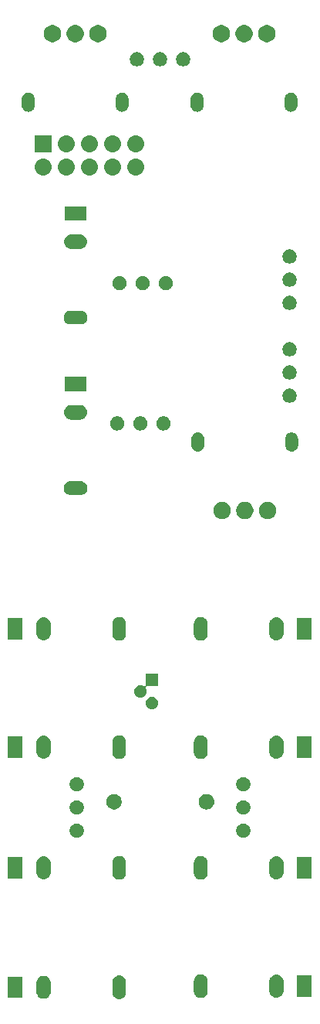
<source format=gbr>
G04 #@! TF.GenerationSoftware,KiCad,Pcbnew,(5.0.1)-4*
G04 #@! TF.CreationDate,2019-03-05T01:35:27-06:00*
G04 #@! TF.ProjectId,VCO,56434F2E6B696361645F706362000000,rev?*
G04 #@! TF.SameCoordinates,Original*
G04 #@! TF.FileFunction,Soldermask,Top*
G04 #@! TF.FilePolarity,Negative*
%FSLAX46Y46*%
G04 Gerber Fmt 4.6, Leading zero omitted, Abs format (unit mm)*
G04 Created by KiCad (PCBNEW (5.0.1)-4) date 3/5/2019 1:35:27*
%MOMM*%
%LPD*%
G01*
G04 APERTURE LIST*
%ADD10C,0.100000*%
G04 APERTURE END LIST*
D10*
G36*
X158261074Y105566800D02*
X158359222Y105557133D01*
X158500786Y105514190D01*
X158631252Y105444454D01*
X158745606Y105350606D01*
X158839454Y105236252D01*
X158909190Y105105786D01*
X158952133Y104964222D01*
X158963000Y104853887D01*
X158963000Y103680113D01*
X158952133Y103569778D01*
X158909190Y103428214D01*
X158839455Y103297749D01*
X158839453Y103297747D01*
X158745606Y103183394D01*
X158631253Y103089547D01*
X158631251Y103089546D01*
X158500785Y103019810D01*
X158359221Y102976867D01*
X158212000Y102962367D01*
X158211999Y102962367D01*
X158162926Y102967200D01*
X158064778Y102976867D01*
X157923214Y103019810D01*
X157792748Y103089546D01*
X157678394Y103183394D01*
X157625485Y103247864D01*
X157584547Y103297747D01*
X157514810Y103428215D01*
X157471867Y103569779D01*
X157464622Y103643336D01*
X157461000Y103680113D01*
X157461001Y104853888D01*
X157471868Y104964220D01*
X157471868Y104964222D01*
X157514811Y105105786D01*
X157584547Y105236252D01*
X157678395Y105350606D01*
X157792749Y105444454D01*
X157923215Y105514190D01*
X158064779Y105557133D01*
X158212000Y105571633D01*
X158212001Y105571633D01*
X158261074Y105566800D01*
X158261074Y105566800D01*
G37*
G36*
X150069025Y105506410D02*
X150220012Y105460608D01*
X150359165Y105386230D01*
X150481133Y105286133D01*
X150581230Y105164165D01*
X150655608Y105025012D01*
X150701410Y104874025D01*
X150713000Y104756346D01*
X150713000Y103777654D01*
X150701410Y103659975D01*
X150655608Y103508988D01*
X150581230Y103369835D01*
X150481136Y103247870D01*
X150481134Y103247869D01*
X150481133Y103247867D01*
X150423284Y103200392D01*
X150359161Y103147768D01*
X150220011Y103073392D01*
X150069024Y103027590D01*
X149912000Y103012125D01*
X149754975Y103027590D01*
X149603988Y103073392D01*
X149464835Y103147770D01*
X149342870Y103247864D01*
X149342869Y103247866D01*
X149342867Y103247867D01*
X149291553Y103310394D01*
X149242768Y103369839D01*
X149168392Y103508989D01*
X149122590Y103659976D01*
X149111000Y103777655D01*
X149111000Y104756345D01*
X149122591Y104874025D01*
X149168393Y105025012D01*
X149242771Y105164165D01*
X149342868Y105286133D01*
X149464836Y105386230D01*
X149603989Y105460608D01*
X149754976Y105506410D01*
X149912000Y105521875D01*
X150069025Y105506410D01*
X150069025Y105506410D01*
G37*
G36*
X167309221Y105684133D02*
X167425451Y105648875D01*
X167450785Y105641190D01*
X167581253Y105571453D01*
X167652198Y105513230D01*
X167695606Y105477606D01*
X167789454Y105363252D01*
X167859190Y105232786D01*
X167902133Y105091222D01*
X167913000Y104980887D01*
X167913000Y103807113D01*
X167902133Y103696778D01*
X167859190Y103555214D01*
X167789454Y103424748D01*
X167695606Y103310394D01*
X167581252Y103216546D01*
X167450786Y103146810D01*
X167309222Y103103867D01*
X167211074Y103094200D01*
X167162001Y103089367D01*
X167162000Y103089367D01*
X167014779Y103103867D01*
X166873215Y103146810D01*
X166742749Y103216546D01*
X166628395Y103310394D01*
X166534547Y103424748D01*
X166464811Y103555214D01*
X166421868Y103696778D01*
X166411001Y103807113D01*
X166411000Y104980886D01*
X166412984Y105001025D01*
X166421867Y105091219D01*
X166421867Y105091221D01*
X166464810Y105232785D01*
X166534546Y105363251D01*
X166534547Y105363253D01*
X166628394Y105477606D01*
X166742747Y105571453D01*
X166742746Y105571453D01*
X166742748Y105571454D01*
X166873214Y105641190D01*
X167014778Y105684133D01*
X167112926Y105693800D01*
X167161999Y105698633D01*
X167162000Y105698633D01*
X167309221Y105684133D01*
X167309221Y105684133D01*
G37*
G36*
X147613000Y103116000D02*
X146011000Y103116000D01*
X146011000Y105418000D01*
X147613000Y105418000D01*
X147613000Y103116000D01*
X147613000Y103116000D01*
G37*
G36*
X175619024Y105633410D02*
X175770011Y105587608D01*
X175909161Y105513232D01*
X175970149Y105463181D01*
X176031133Y105413133D01*
X176031134Y105413131D01*
X176031136Y105413130D01*
X176131230Y105291165D01*
X176205608Y105152012D01*
X176251410Y105001025D01*
X176263000Y104883346D01*
X176263000Y103904654D01*
X176251410Y103786975D01*
X176205608Y103635988D01*
X176131230Y103496835D01*
X176031133Y103374867D01*
X175909165Y103274770D01*
X175770012Y103200392D01*
X175619025Y103154590D01*
X175462000Y103139125D01*
X175304976Y103154590D01*
X175153989Y103200392D01*
X175014836Y103274770D01*
X174892868Y103374867D01*
X174792771Y103496835D01*
X174718393Y103635988D01*
X174672591Y103786975D01*
X174661000Y103904655D01*
X174661000Y104883345D01*
X174672590Y105001024D01*
X174718392Y105152011D01*
X174792768Y105291161D01*
X174842819Y105352149D01*
X174892867Y105413133D01*
X174892869Y105413134D01*
X174892870Y105413136D01*
X175014835Y105513230D01*
X175153988Y105587608D01*
X175304975Y105633410D01*
X175462000Y105648875D01*
X175619024Y105633410D01*
X175619024Y105633410D01*
G37*
G36*
X179363000Y103243000D02*
X177761000Y103243000D01*
X177761000Y105545000D01*
X179363000Y105545000D01*
X179363000Y103243000D01*
X179363000Y103243000D01*
G37*
G36*
X158261074Y118647800D02*
X158359222Y118638133D01*
X158500786Y118595190D01*
X158631252Y118525454D01*
X158745606Y118431606D01*
X158839454Y118317252D01*
X158909190Y118186786D01*
X158952133Y118045222D01*
X158963000Y117934887D01*
X158963000Y116761113D01*
X158952133Y116650778D01*
X158909190Y116509214D01*
X158839455Y116378749D01*
X158839453Y116378747D01*
X158745606Y116264394D01*
X158631253Y116170547D01*
X158631251Y116170546D01*
X158500785Y116100810D01*
X158359221Y116057867D01*
X158212000Y116043367D01*
X158211999Y116043367D01*
X158162926Y116048200D01*
X158064778Y116057867D01*
X157923214Y116100810D01*
X157792748Y116170546D01*
X157678394Y116264394D01*
X157625485Y116328864D01*
X157584547Y116378747D01*
X157514810Y116509215D01*
X157490308Y116589988D01*
X157471867Y116650779D01*
X157464622Y116724336D01*
X157461000Y116761113D01*
X157461001Y117934888D01*
X157471868Y118045220D01*
X157471868Y118045222D01*
X157514811Y118186786D01*
X157584547Y118317252D01*
X157678395Y118431606D01*
X157792749Y118525454D01*
X157923215Y118595190D01*
X158064779Y118638133D01*
X158212000Y118652633D01*
X158212001Y118652633D01*
X158261074Y118647800D01*
X158261074Y118647800D01*
G37*
G36*
X167309221Y118638133D02*
X167425451Y118602875D01*
X167450785Y118595190D01*
X167581253Y118525453D01*
X167652198Y118467230D01*
X167695606Y118431606D01*
X167789454Y118317252D01*
X167859190Y118186786D01*
X167902133Y118045222D01*
X167913000Y117934887D01*
X167913000Y116761113D01*
X167902133Y116650778D01*
X167859190Y116509214D01*
X167789454Y116378748D01*
X167695606Y116264394D01*
X167581252Y116170546D01*
X167450786Y116100810D01*
X167309222Y116057867D01*
X167211074Y116048200D01*
X167162001Y116043367D01*
X167162000Y116043367D01*
X167014779Y116057867D01*
X166873215Y116100810D01*
X166742749Y116170546D01*
X166628395Y116264394D01*
X166534547Y116378748D01*
X166464811Y116509214D01*
X166421868Y116650778D01*
X166411001Y116761113D01*
X166411000Y117934886D01*
X166412984Y117955025D01*
X166421867Y118045219D01*
X166421867Y118045221D01*
X166464810Y118186785D01*
X166534546Y118317251D01*
X166534547Y118317253D01*
X166628394Y118431606D01*
X166742747Y118525453D01*
X166742746Y118525453D01*
X166742748Y118525454D01*
X166873214Y118595190D01*
X167014778Y118638133D01*
X167112926Y118647800D01*
X167161999Y118652633D01*
X167162000Y118652633D01*
X167309221Y118638133D01*
X167309221Y118638133D01*
G37*
G36*
X150069025Y118587410D02*
X150220012Y118541608D01*
X150359165Y118467230D01*
X150481133Y118367133D01*
X150581230Y118245165D01*
X150655608Y118106012D01*
X150701410Y117955025D01*
X150713000Y117837346D01*
X150713000Y116858654D01*
X150701410Y116740975D01*
X150655608Y116589988D01*
X150581230Y116450835D01*
X150481136Y116328870D01*
X150481134Y116328869D01*
X150481133Y116328867D01*
X150481129Y116328864D01*
X150359161Y116228768D01*
X150220011Y116154392D01*
X150069024Y116108590D01*
X149912000Y116093125D01*
X149754975Y116108590D01*
X149603988Y116154392D01*
X149464835Y116228770D01*
X149342870Y116328864D01*
X149342869Y116328866D01*
X149342867Y116328867D01*
X149292819Y116389852D01*
X149242768Y116450839D01*
X149168392Y116589989D01*
X149122590Y116740976D01*
X149111000Y116858655D01*
X149111000Y117837345D01*
X149122591Y117955025D01*
X149168393Y118106012D01*
X149242771Y118245165D01*
X149342868Y118367133D01*
X149464836Y118467230D01*
X149603989Y118541608D01*
X149754976Y118587410D01*
X149912000Y118602875D01*
X150069025Y118587410D01*
X150069025Y118587410D01*
G37*
G36*
X175619024Y118587410D02*
X175770011Y118541608D01*
X175909161Y118467232D01*
X175970149Y118417181D01*
X176031133Y118367133D01*
X176031134Y118367131D01*
X176031136Y118367130D01*
X176131230Y118245165D01*
X176205608Y118106012D01*
X176251410Y117955025D01*
X176263000Y117837346D01*
X176263000Y116858654D01*
X176251410Y116740975D01*
X176205608Y116589988D01*
X176131230Y116450835D01*
X176031133Y116328867D01*
X175909165Y116228770D01*
X175770012Y116154392D01*
X175619025Y116108590D01*
X175462000Y116093125D01*
X175304976Y116108590D01*
X175153989Y116154392D01*
X175014836Y116228770D01*
X174892868Y116328867D01*
X174792771Y116450835D01*
X174718393Y116589988D01*
X174672591Y116740975D01*
X174661000Y116858655D01*
X174661000Y117837345D01*
X174672590Y117955024D01*
X174718392Y118106011D01*
X174792768Y118245161D01*
X174842819Y118306149D01*
X174892867Y118367133D01*
X174892869Y118367134D01*
X174892870Y118367136D01*
X175014835Y118467230D01*
X175153988Y118541608D01*
X175304975Y118587410D01*
X175462000Y118602875D01*
X175619024Y118587410D01*
X175619024Y118587410D01*
G37*
G36*
X147613000Y116197000D02*
X146011000Y116197000D01*
X146011000Y118499000D01*
X147613000Y118499000D01*
X147613000Y116197000D01*
X147613000Y116197000D01*
G37*
G36*
X179363000Y116197000D02*
X177761000Y116197000D01*
X177761000Y118499000D01*
X179363000Y118499000D01*
X179363000Y116197000D01*
X179363000Y116197000D01*
G37*
G36*
X153668589Y122173124D02*
X153767893Y122153371D01*
X153908206Y122095252D01*
X154034484Y122010875D01*
X154141875Y121903484D01*
X154226252Y121777206D01*
X154284371Y121636893D01*
X154314000Y121487937D01*
X154314000Y121336063D01*
X154284371Y121187107D01*
X154226252Y121046794D01*
X154141875Y120920516D01*
X154034484Y120813125D01*
X153908206Y120728748D01*
X153767893Y120670629D01*
X153668589Y120650876D01*
X153618938Y120641000D01*
X153467062Y120641000D01*
X153417411Y120650876D01*
X153318107Y120670629D01*
X153177794Y120728748D01*
X153051516Y120813125D01*
X152944125Y120920516D01*
X152859748Y121046794D01*
X152801629Y121187107D01*
X152772000Y121336063D01*
X152772000Y121487937D01*
X152801629Y121636893D01*
X152859748Y121777206D01*
X152944125Y121903484D01*
X153051516Y122010875D01*
X153177794Y122095252D01*
X153318107Y122153371D01*
X153417411Y122173124D01*
X153467062Y122183000D01*
X153618938Y122183000D01*
X153668589Y122173124D01*
X153668589Y122173124D01*
G37*
G36*
X171956589Y122173124D02*
X172055893Y122153371D01*
X172196206Y122095252D01*
X172322484Y122010875D01*
X172429875Y121903484D01*
X172514252Y121777206D01*
X172572371Y121636893D01*
X172602000Y121487937D01*
X172602000Y121336063D01*
X172572371Y121187107D01*
X172514252Y121046794D01*
X172429875Y120920516D01*
X172322484Y120813125D01*
X172196206Y120728748D01*
X172055893Y120670629D01*
X171956589Y120650876D01*
X171906938Y120641000D01*
X171755062Y120641000D01*
X171705411Y120650876D01*
X171606107Y120670629D01*
X171465794Y120728748D01*
X171339516Y120813125D01*
X171232125Y120920516D01*
X171147748Y121046794D01*
X171089629Y121187107D01*
X171060000Y121336063D01*
X171060000Y121487937D01*
X171089629Y121636893D01*
X171147748Y121777206D01*
X171232125Y121903484D01*
X171339516Y122010875D01*
X171465794Y122095252D01*
X171606107Y122153371D01*
X171705411Y122173124D01*
X171755062Y122183000D01*
X171906938Y122183000D01*
X171956589Y122173124D01*
X171956589Y122173124D01*
G37*
G36*
X171956589Y124713124D02*
X172055893Y124693371D01*
X172196206Y124635252D01*
X172322484Y124550875D01*
X172429875Y124443484D01*
X172514252Y124317206D01*
X172572371Y124176893D01*
X172602000Y124027937D01*
X172602000Y123876063D01*
X172572371Y123727107D01*
X172514252Y123586794D01*
X172429875Y123460516D01*
X172322484Y123353125D01*
X172196206Y123268748D01*
X172055893Y123210629D01*
X171956589Y123190876D01*
X171906938Y123181000D01*
X171755062Y123181000D01*
X171705411Y123190876D01*
X171606107Y123210629D01*
X171465794Y123268748D01*
X171339516Y123353125D01*
X171232125Y123460516D01*
X171147748Y123586794D01*
X171089629Y123727107D01*
X171060000Y123876063D01*
X171060000Y124027937D01*
X171089629Y124176893D01*
X171147748Y124317206D01*
X171232125Y124443484D01*
X171339516Y124550875D01*
X171465794Y124635252D01*
X171606107Y124693371D01*
X171705411Y124713124D01*
X171755062Y124723000D01*
X171906938Y124723000D01*
X171956589Y124713124D01*
X171956589Y124713124D01*
G37*
G36*
X153668589Y124713124D02*
X153767893Y124693371D01*
X153908206Y124635252D01*
X154034484Y124550875D01*
X154141875Y124443484D01*
X154226252Y124317206D01*
X154284371Y124176893D01*
X154314000Y124027937D01*
X154314000Y123876063D01*
X154284371Y123727107D01*
X154226252Y123586794D01*
X154141875Y123460516D01*
X154034484Y123353125D01*
X153908206Y123268748D01*
X153767893Y123210629D01*
X153668589Y123190876D01*
X153618938Y123181000D01*
X153467062Y123181000D01*
X153417411Y123190876D01*
X153318107Y123210629D01*
X153177794Y123268748D01*
X153051516Y123353125D01*
X152944125Y123460516D01*
X152859748Y123586794D01*
X152801629Y123727107D01*
X152772000Y123876063D01*
X152772000Y124027937D01*
X152801629Y124176893D01*
X152859748Y124317206D01*
X152944125Y124443484D01*
X153051516Y124550875D01*
X153177794Y124635252D01*
X153318107Y124693371D01*
X153417411Y124713124D01*
X153467062Y124723000D01*
X153618938Y124723000D01*
X153668589Y124713124D01*
X153668589Y124713124D01*
G37*
G36*
X167959693Y125417339D02*
X167959696Y125417338D01*
X167959697Y125417338D01*
X168120111Y125368677D01*
X168120113Y125368676D01*
X168120116Y125368675D01*
X168267950Y125289657D01*
X168397531Y125183311D01*
X168503877Y125053730D01*
X168582895Y124905896D01*
X168582896Y124905893D01*
X168582897Y124905891D01*
X168631558Y124745477D01*
X168631559Y124745473D01*
X168647989Y124578652D01*
X168631559Y124411831D01*
X168631558Y124411828D01*
X168631558Y124411827D01*
X168606865Y124330424D01*
X168582895Y124251408D01*
X168503877Y124103574D01*
X168397531Y123973993D01*
X168267950Y123867647D01*
X168120116Y123788629D01*
X168120113Y123788628D01*
X168120111Y123788627D01*
X167959697Y123739966D01*
X167959696Y123739966D01*
X167959693Y123739965D01*
X167834676Y123727652D01*
X167751068Y123727652D01*
X167626051Y123739965D01*
X167626048Y123739966D01*
X167626047Y123739966D01*
X167465633Y123788627D01*
X167465631Y123788628D01*
X167465628Y123788629D01*
X167317794Y123867647D01*
X167188213Y123973993D01*
X167081867Y124103574D01*
X167002849Y124251408D01*
X166978880Y124330424D01*
X166954186Y124411827D01*
X166954186Y124411828D01*
X166954185Y124411831D01*
X166937755Y124578652D01*
X166954185Y124745473D01*
X166954186Y124745477D01*
X167002847Y124905891D01*
X167002848Y124905893D01*
X167002849Y124905896D01*
X167081867Y125053730D01*
X167188213Y125183311D01*
X167317794Y125289657D01*
X167465628Y125368675D01*
X167465631Y125368676D01*
X167465633Y125368677D01*
X167626047Y125417338D01*
X167626048Y125417338D01*
X167626051Y125417339D01*
X167751068Y125429652D01*
X167834676Y125429652D01*
X167959693Y125417339D01*
X167959693Y125417339D01*
G37*
G36*
X157881100Y125396949D02*
X158035972Y125332799D01*
X158175353Y125239667D01*
X158293887Y125121133D01*
X158387019Y124981752D01*
X158451169Y124826880D01*
X158483872Y124662468D01*
X158483872Y124494836D01*
X158451169Y124330424D01*
X158387019Y124175552D01*
X158293887Y124036171D01*
X158175353Y123917637D01*
X158035972Y123824505D01*
X157881100Y123760355D01*
X157716688Y123727652D01*
X157549056Y123727652D01*
X157384644Y123760355D01*
X157229772Y123824505D01*
X157090391Y123917637D01*
X156971857Y124036171D01*
X156878725Y124175552D01*
X156814575Y124330424D01*
X156781872Y124494836D01*
X156781872Y124662468D01*
X156814575Y124826880D01*
X156878725Y124981752D01*
X156971857Y125121133D01*
X157090391Y125239667D01*
X157229772Y125332799D01*
X157384644Y125396949D01*
X157549056Y125429652D01*
X157716688Y125429652D01*
X157881100Y125396949D01*
X157881100Y125396949D01*
G37*
G36*
X171956589Y127253124D02*
X172055893Y127233371D01*
X172196206Y127175252D01*
X172322484Y127090875D01*
X172429875Y126983484D01*
X172514252Y126857206D01*
X172572371Y126716893D01*
X172602000Y126567937D01*
X172602000Y126416063D01*
X172572371Y126267107D01*
X172514252Y126126794D01*
X172429875Y126000516D01*
X172322484Y125893125D01*
X172196206Y125808748D01*
X172055893Y125750629D01*
X171956589Y125730876D01*
X171906938Y125721000D01*
X171755062Y125721000D01*
X171705411Y125730876D01*
X171606107Y125750629D01*
X171465794Y125808748D01*
X171339516Y125893125D01*
X171232125Y126000516D01*
X171147748Y126126794D01*
X171089629Y126267107D01*
X171060000Y126416063D01*
X171060000Y126567937D01*
X171089629Y126716893D01*
X171147748Y126857206D01*
X171232125Y126983484D01*
X171339516Y127090875D01*
X171465794Y127175252D01*
X171606107Y127233371D01*
X171705411Y127253124D01*
X171755062Y127263000D01*
X171906938Y127263000D01*
X171956589Y127253124D01*
X171956589Y127253124D01*
G37*
G36*
X153668589Y127253124D02*
X153767893Y127233371D01*
X153908206Y127175252D01*
X154034484Y127090875D01*
X154141875Y126983484D01*
X154226252Y126857206D01*
X154284371Y126716893D01*
X154314000Y126567937D01*
X154314000Y126416063D01*
X154284371Y126267107D01*
X154226252Y126126794D01*
X154141875Y126000516D01*
X154034484Y125893125D01*
X153908206Y125808748D01*
X153767893Y125750629D01*
X153668589Y125730876D01*
X153618938Y125721000D01*
X153467062Y125721000D01*
X153417411Y125730876D01*
X153318107Y125750629D01*
X153177794Y125808748D01*
X153051516Y125893125D01*
X152944125Y126000516D01*
X152859748Y126126794D01*
X152801629Y126267107D01*
X152772000Y126416063D01*
X152772000Y126567937D01*
X152801629Y126716893D01*
X152859748Y126857206D01*
X152944125Y126983484D01*
X153051516Y127090875D01*
X153177794Y127175252D01*
X153318107Y127233371D01*
X153417411Y127253124D01*
X153467062Y127263000D01*
X153618938Y127263000D01*
X153668589Y127253124D01*
X153668589Y127253124D01*
G37*
G36*
X167309221Y131846133D02*
X167425451Y131810875D01*
X167450785Y131803190D01*
X167581253Y131733453D01*
X167652198Y131675230D01*
X167695606Y131639606D01*
X167789454Y131525252D01*
X167859190Y131394786D01*
X167902133Y131253222D01*
X167913000Y131142887D01*
X167913000Y129969113D01*
X167902133Y129858778D01*
X167859190Y129717214D01*
X167789454Y129586748D01*
X167695606Y129472394D01*
X167581252Y129378546D01*
X167450786Y129308810D01*
X167309222Y129265867D01*
X167211074Y129256200D01*
X167162001Y129251367D01*
X167162000Y129251367D01*
X167014779Y129265867D01*
X166873215Y129308810D01*
X166742749Y129378546D01*
X166628395Y129472394D01*
X166534547Y129586748D01*
X166464811Y129717214D01*
X166421868Y129858778D01*
X166411001Y129969113D01*
X166411000Y131142886D01*
X166412984Y131163025D01*
X166421867Y131253219D01*
X166421867Y131253221D01*
X166464810Y131394785D01*
X166534546Y131525251D01*
X166534547Y131525253D01*
X166628394Y131639606D01*
X166742747Y131733453D01*
X166742746Y131733453D01*
X166742748Y131733454D01*
X166873214Y131803190D01*
X167014778Y131846133D01*
X167112926Y131855800D01*
X167161999Y131860633D01*
X167162000Y131860633D01*
X167309221Y131846133D01*
X167309221Y131846133D01*
G37*
G36*
X158261074Y131855800D02*
X158359222Y131846133D01*
X158500786Y131803190D01*
X158631252Y131733454D01*
X158745606Y131639606D01*
X158839454Y131525252D01*
X158909190Y131394786D01*
X158952133Y131253222D01*
X158963000Y131142887D01*
X158963000Y129969113D01*
X158952133Y129858778D01*
X158909190Y129717214D01*
X158839455Y129586749D01*
X158839453Y129586747D01*
X158745606Y129472394D01*
X158631253Y129378547D01*
X158631251Y129378546D01*
X158500785Y129308810D01*
X158359221Y129265867D01*
X158212000Y129251367D01*
X158211999Y129251367D01*
X158162926Y129256200D01*
X158064778Y129265867D01*
X157923214Y129308810D01*
X157792748Y129378546D01*
X157678394Y129472394D01*
X157625485Y129536864D01*
X157584547Y129586747D01*
X157514810Y129717215D01*
X157490308Y129797988D01*
X157471867Y129858779D01*
X157464622Y129932336D01*
X157461000Y129969113D01*
X157461001Y131142888D01*
X157471868Y131253220D01*
X157471868Y131253222D01*
X157514811Y131394786D01*
X157584547Y131525252D01*
X157678395Y131639606D01*
X157792749Y131733454D01*
X157923215Y131803190D01*
X158064779Y131846133D01*
X158212000Y131860633D01*
X158212001Y131860633D01*
X158261074Y131855800D01*
X158261074Y131855800D01*
G37*
G36*
X150069025Y131795410D02*
X150220012Y131749608D01*
X150359165Y131675230D01*
X150481133Y131575133D01*
X150581230Y131453165D01*
X150655608Y131314012D01*
X150701410Y131163025D01*
X150713000Y131045346D01*
X150713000Y130066654D01*
X150701410Y129948975D01*
X150655608Y129797988D01*
X150581230Y129658835D01*
X150481136Y129536870D01*
X150481134Y129536869D01*
X150481133Y129536867D01*
X150481129Y129536864D01*
X150359161Y129436768D01*
X150220011Y129362392D01*
X150069024Y129316590D01*
X149912000Y129301125D01*
X149754975Y129316590D01*
X149603988Y129362392D01*
X149464835Y129436770D01*
X149342870Y129536864D01*
X149342869Y129536866D01*
X149342867Y129536867D01*
X149292819Y129597851D01*
X149242768Y129658839D01*
X149168392Y129797989D01*
X149122590Y129948976D01*
X149111000Y130066655D01*
X149111000Y131045345D01*
X149122591Y131163025D01*
X149168393Y131314012D01*
X149242771Y131453165D01*
X149342868Y131575133D01*
X149464836Y131675230D01*
X149603989Y131749608D01*
X149754976Y131795410D01*
X149912000Y131810875D01*
X150069025Y131795410D01*
X150069025Y131795410D01*
G37*
G36*
X175619024Y131795410D02*
X175770011Y131749608D01*
X175909161Y131675232D01*
X175970148Y131625181D01*
X176031133Y131575133D01*
X176031134Y131575131D01*
X176031136Y131575130D01*
X176131230Y131453165D01*
X176205608Y131314012D01*
X176251410Y131163025D01*
X176263000Y131045346D01*
X176263000Y130066654D01*
X176251410Y129948975D01*
X176205608Y129797988D01*
X176131230Y129658835D01*
X176031133Y129536867D01*
X175909165Y129436770D01*
X175770012Y129362392D01*
X175619025Y129316590D01*
X175462000Y129301125D01*
X175304976Y129316590D01*
X175153989Y129362392D01*
X175014836Y129436770D01*
X174892868Y129536867D01*
X174792771Y129658835D01*
X174718393Y129797988D01*
X174672591Y129948975D01*
X174661000Y130066655D01*
X174661000Y131045345D01*
X174672590Y131163024D01*
X174718392Y131314011D01*
X174792768Y131453161D01*
X174842819Y131514149D01*
X174892867Y131575133D01*
X174892869Y131575134D01*
X174892870Y131575136D01*
X175014835Y131675230D01*
X175153988Y131749608D01*
X175304975Y131795410D01*
X175462000Y131810875D01*
X175619024Y131795410D01*
X175619024Y131795410D01*
G37*
G36*
X147613000Y129405000D02*
X146011000Y129405000D01*
X146011000Y131707000D01*
X147613000Y131707000D01*
X147613000Y129405000D01*
X147613000Y129405000D01*
G37*
G36*
X179363000Y129405000D02*
X177761000Y129405000D01*
X177761000Y131707000D01*
X179363000Y131707000D01*
X179363000Y129405000D01*
X179363000Y129405000D01*
G37*
G36*
X162002472Y136056062D02*
X162130049Y136003218D01*
X162244865Y135926500D01*
X162342500Y135828865D01*
X162419218Y135714049D01*
X162472062Y135586472D01*
X162499000Y135451044D01*
X162499000Y135312956D01*
X162472062Y135177528D01*
X162419218Y135049951D01*
X162342500Y134935135D01*
X162244865Y134837500D01*
X162130049Y134760782D01*
X162002472Y134707938D01*
X161867044Y134681000D01*
X161728956Y134681000D01*
X161593528Y134707938D01*
X161465951Y134760782D01*
X161351135Y134837500D01*
X161253500Y134935135D01*
X161176782Y135049951D01*
X161123938Y135177528D01*
X161097000Y135312956D01*
X161097000Y135451044D01*
X161123938Y135586472D01*
X161176782Y135714049D01*
X161253500Y135828865D01*
X161351135Y135926500D01*
X161465951Y136003218D01*
X161593528Y136056062D01*
X161728956Y136083000D01*
X161867044Y136083000D01*
X162002472Y136056062D01*
X162002472Y136056062D01*
G37*
G36*
X162499000Y137221000D02*
X161224751Y137221000D01*
X161200365Y137218598D01*
X161176916Y137211485D01*
X161155305Y137199934D01*
X161136363Y137184388D01*
X161120817Y137165446D01*
X161109266Y137143835D01*
X161102153Y137120386D01*
X161099751Y137096000D01*
X161102153Y137071614D01*
X161109266Y137048165D01*
X161120817Y137026554D01*
X161149218Y136984049D01*
X161202062Y136856472D01*
X161229000Y136721044D01*
X161229000Y136582956D01*
X161202062Y136447528D01*
X161149218Y136319951D01*
X161072500Y136205135D01*
X160974865Y136107500D01*
X160860049Y136030782D01*
X160732472Y135977938D01*
X160597044Y135951000D01*
X160458956Y135951000D01*
X160323528Y135977938D01*
X160195951Y136030782D01*
X160081135Y136107500D01*
X159983500Y136205135D01*
X159906782Y136319951D01*
X159853938Y136447528D01*
X159827000Y136582956D01*
X159827000Y136721044D01*
X159853938Y136856472D01*
X159906782Y136984049D01*
X159983500Y137098865D01*
X160081135Y137196500D01*
X160195951Y137273218D01*
X160323528Y137326062D01*
X160458956Y137353000D01*
X160597044Y137353000D01*
X160732472Y137326062D01*
X160860049Y137273218D01*
X160902554Y137244817D01*
X160924165Y137233266D01*
X160947614Y137226153D01*
X160972000Y137223751D01*
X160996386Y137226153D01*
X161019836Y137233266D01*
X161041446Y137244817D01*
X161060388Y137260363D01*
X161075934Y137279305D01*
X161087485Y137300916D01*
X161094598Y137324365D01*
X161097000Y137348751D01*
X161097000Y138623000D01*
X162499000Y138623000D01*
X162499000Y137221000D01*
X162499000Y137221000D01*
G37*
G36*
X167309221Y144800133D02*
X167425451Y144764875D01*
X167450785Y144757190D01*
X167581253Y144687453D01*
X167652198Y144629230D01*
X167695606Y144593606D01*
X167789454Y144479252D01*
X167859190Y144348786D01*
X167902133Y144207222D01*
X167913000Y144096887D01*
X167913000Y142923113D01*
X167902133Y142812778D01*
X167859190Y142671214D01*
X167789454Y142540748D01*
X167695606Y142426394D01*
X167581252Y142332546D01*
X167450786Y142262810D01*
X167309222Y142219867D01*
X167211074Y142210200D01*
X167162001Y142205367D01*
X167162000Y142205367D01*
X167014779Y142219867D01*
X166873215Y142262810D01*
X166742749Y142332546D01*
X166628395Y142426394D01*
X166534547Y142540748D01*
X166464811Y142671214D01*
X166421868Y142812778D01*
X166411001Y142923113D01*
X166411000Y144096886D01*
X166412984Y144117025D01*
X166421867Y144207219D01*
X166421867Y144207221D01*
X166464810Y144348785D01*
X166534546Y144479251D01*
X166534547Y144479253D01*
X166628394Y144593606D01*
X166742747Y144687453D01*
X166742746Y144687453D01*
X166742748Y144687454D01*
X166873214Y144757190D01*
X167014778Y144800133D01*
X167112926Y144809800D01*
X167161999Y144814633D01*
X167162000Y144814633D01*
X167309221Y144800133D01*
X167309221Y144800133D01*
G37*
G36*
X158261074Y144809800D02*
X158359222Y144800133D01*
X158500786Y144757190D01*
X158631252Y144687454D01*
X158745606Y144593606D01*
X158839454Y144479252D01*
X158909190Y144348786D01*
X158952133Y144207222D01*
X158963000Y144096887D01*
X158963000Y142923113D01*
X158952133Y142812778D01*
X158909190Y142671214D01*
X158839455Y142540749D01*
X158839453Y142540747D01*
X158745606Y142426394D01*
X158631253Y142332547D01*
X158631251Y142332546D01*
X158500785Y142262810D01*
X158359221Y142219867D01*
X158212000Y142205367D01*
X158211999Y142205367D01*
X158162926Y142210200D01*
X158064778Y142219867D01*
X157923214Y142262810D01*
X157792748Y142332546D01*
X157678394Y142426394D01*
X157625485Y142490864D01*
X157584547Y142540747D01*
X157514810Y142671215D01*
X157490308Y142751988D01*
X157471867Y142812779D01*
X157464622Y142886336D01*
X157461000Y142923113D01*
X157461001Y144096888D01*
X157471868Y144207220D01*
X157471868Y144207222D01*
X157514811Y144348786D01*
X157584547Y144479252D01*
X157678395Y144593606D01*
X157792749Y144687454D01*
X157923215Y144757190D01*
X158064779Y144800133D01*
X158212000Y144814633D01*
X158212001Y144814633D01*
X158261074Y144809800D01*
X158261074Y144809800D01*
G37*
G36*
X175619024Y144749410D02*
X175770011Y144703608D01*
X175909161Y144629232D01*
X175970148Y144579181D01*
X176031133Y144529133D01*
X176031134Y144529131D01*
X176031136Y144529130D01*
X176131230Y144407165D01*
X176205608Y144268012D01*
X176251410Y144117025D01*
X176263000Y143999346D01*
X176263000Y143020654D01*
X176251410Y142902975D01*
X176205608Y142751988D01*
X176131230Y142612835D01*
X176031133Y142490867D01*
X175909165Y142390770D01*
X175770012Y142316392D01*
X175619025Y142270590D01*
X175462000Y142255125D01*
X175304976Y142270590D01*
X175153989Y142316392D01*
X175014836Y142390770D01*
X174892868Y142490867D01*
X174792771Y142612835D01*
X174718393Y142751988D01*
X174672591Y142902975D01*
X174661000Y143020655D01*
X174661000Y143999345D01*
X174672590Y144117024D01*
X174718392Y144268011D01*
X174792768Y144407161D01*
X174842819Y144468148D01*
X174892867Y144529133D01*
X174892869Y144529134D01*
X174892870Y144529136D01*
X175014835Y144629230D01*
X175153988Y144703608D01*
X175304975Y144749410D01*
X175462000Y144764875D01*
X175619024Y144749410D01*
X175619024Y144749410D01*
G37*
G36*
X150069025Y144749410D02*
X150220012Y144703608D01*
X150359165Y144629230D01*
X150481133Y144529133D01*
X150581230Y144407165D01*
X150655608Y144268012D01*
X150701410Y144117025D01*
X150713000Y143999346D01*
X150713000Y143020654D01*
X150701410Y142902975D01*
X150655608Y142751988D01*
X150581230Y142612835D01*
X150481136Y142490870D01*
X150481134Y142490869D01*
X150481133Y142490867D01*
X150481129Y142490864D01*
X150359161Y142390768D01*
X150220011Y142316392D01*
X150069024Y142270590D01*
X149912000Y142255125D01*
X149754975Y142270590D01*
X149603988Y142316392D01*
X149464835Y142390770D01*
X149342870Y142490864D01*
X149342869Y142490866D01*
X149342867Y142490867D01*
X149292819Y142551852D01*
X149242768Y142612839D01*
X149168392Y142751989D01*
X149122590Y142902976D01*
X149111000Y143020655D01*
X149111000Y143999345D01*
X149122591Y144117025D01*
X149168393Y144268012D01*
X149242771Y144407165D01*
X149342868Y144529133D01*
X149464836Y144629230D01*
X149603989Y144703608D01*
X149754976Y144749410D01*
X149912000Y144764875D01*
X150069025Y144749410D01*
X150069025Y144749410D01*
G37*
G36*
X147613000Y142359000D02*
X146011000Y142359000D01*
X146011000Y144661000D01*
X147613000Y144661000D01*
X147613000Y142359000D01*
X147613000Y142359000D01*
G37*
G36*
X179363000Y142359000D02*
X177761000Y142359000D01*
X177761000Y144661000D01*
X179363000Y144661000D01*
X179363000Y142359000D01*
X179363000Y142359000D01*
G37*
G36*
X174775396Y157378454D02*
X174948466Y157306766D01*
X175104230Y157202688D01*
X175236688Y157070230D01*
X175340766Y156914466D01*
X175412454Y156741396D01*
X175449000Y156557667D01*
X175449000Y156370333D01*
X175412454Y156186604D01*
X175340766Y156013534D01*
X175236688Y155857770D01*
X175104230Y155725312D01*
X174948466Y155621234D01*
X174775396Y155549546D01*
X174591667Y155513000D01*
X174404333Y155513000D01*
X174220604Y155549546D01*
X174047534Y155621234D01*
X173891770Y155725312D01*
X173759312Y155857770D01*
X173655234Y156013534D01*
X173583546Y156186604D01*
X173547000Y156370333D01*
X173547000Y156557667D01*
X173583546Y156741396D01*
X173655234Y156914466D01*
X173759312Y157070230D01*
X173891770Y157202688D01*
X174047534Y157306766D01*
X174220604Y157378454D01*
X174404333Y157415000D01*
X174591667Y157415000D01*
X174775396Y157378454D01*
X174775396Y157378454D01*
G37*
G36*
X172275396Y157378454D02*
X172448466Y157306766D01*
X172604230Y157202688D01*
X172736688Y157070230D01*
X172840766Y156914466D01*
X172912454Y156741396D01*
X172949000Y156557667D01*
X172949000Y156370333D01*
X172912454Y156186604D01*
X172840766Y156013534D01*
X172736688Y155857770D01*
X172604230Y155725312D01*
X172448466Y155621234D01*
X172275396Y155549546D01*
X172091667Y155513000D01*
X171904333Y155513000D01*
X171720604Y155549546D01*
X171547534Y155621234D01*
X171391770Y155725312D01*
X171259312Y155857770D01*
X171155234Y156013534D01*
X171083546Y156186604D01*
X171047000Y156370333D01*
X171047000Y156557667D01*
X171083546Y156741396D01*
X171155234Y156914466D01*
X171259312Y157070230D01*
X171391770Y157202688D01*
X171547534Y157306766D01*
X171720604Y157378454D01*
X171904333Y157415000D01*
X172091667Y157415000D01*
X172275396Y157378454D01*
X172275396Y157378454D01*
G37*
G36*
X169775396Y157378454D02*
X169948466Y157306766D01*
X170104230Y157202688D01*
X170236688Y157070230D01*
X170340766Y156914466D01*
X170412454Y156741396D01*
X170449000Y156557667D01*
X170449000Y156370333D01*
X170412454Y156186604D01*
X170340766Y156013534D01*
X170236688Y155857770D01*
X170104230Y155725312D01*
X169948466Y155621234D01*
X169775396Y155549546D01*
X169591667Y155513000D01*
X169404333Y155513000D01*
X169220604Y155549546D01*
X169047534Y155621234D01*
X168891770Y155725312D01*
X168759312Y155857770D01*
X168655234Y156013534D01*
X168583546Y156186604D01*
X168547000Y156370333D01*
X168547000Y156557667D01*
X168583546Y156741396D01*
X168655234Y156914466D01*
X168759312Y157070230D01*
X168891770Y157202688D01*
X169047534Y157306766D01*
X169220604Y157378454D01*
X169404333Y157415000D01*
X169591667Y157415000D01*
X169775396Y157378454D01*
X169775396Y157378454D01*
G37*
G36*
X154039665Y159654378D02*
X154113222Y159647133D01*
X154254786Y159604190D01*
X154385252Y159534454D01*
X154499606Y159440606D01*
X154593454Y159326252D01*
X154663190Y159195786D01*
X154706133Y159054222D01*
X154720633Y158907000D01*
X154706133Y158759778D01*
X154663190Y158618214D01*
X154593454Y158487748D01*
X154499606Y158373394D01*
X154385252Y158279546D01*
X154254786Y158209810D01*
X154113222Y158166867D01*
X154039665Y158159622D01*
X154002888Y158156000D01*
X152829112Y158156000D01*
X152792335Y158159622D01*
X152718778Y158166867D01*
X152577214Y158209810D01*
X152446748Y158279546D01*
X152332394Y158373394D01*
X152238546Y158487748D01*
X152168810Y158618214D01*
X152125867Y158759778D01*
X152111367Y158907000D01*
X152125867Y159054222D01*
X152168810Y159195786D01*
X152238546Y159326252D01*
X152332394Y159440606D01*
X152446748Y159534454D01*
X152577214Y159604190D01*
X152718778Y159647133D01*
X152792335Y159654378D01*
X152829112Y159658000D01*
X154002888Y159658000D01*
X154039665Y159654378D01*
X154039665Y159654378D01*
G37*
G36*
X177285421Y165004857D02*
X177417557Y164964773D01*
X177417559Y164964772D01*
X177539339Y164899680D01*
X177646080Y164812080D01*
X177733680Y164705339D01*
X177798772Y164583559D01*
X177798773Y164583557D01*
X177838857Y164451421D01*
X177849000Y164348432D01*
X177849000Y163579568D01*
X177838857Y163476579D01*
X177798773Y163344444D01*
X177798772Y163344441D01*
X177733680Y163222661D01*
X177670691Y163145910D01*
X177646078Y163115918D01*
X177553427Y163039883D01*
X177539338Y163028320D01*
X177417558Y162963228D01*
X177417556Y162963227D01*
X177285420Y162923143D01*
X177148000Y162909609D01*
X177010579Y162923143D01*
X176878443Y162963227D01*
X176878441Y162963228D01*
X176756661Y163028320D01*
X176679910Y163091309D01*
X176649918Y163115922D01*
X176562321Y163222661D01*
X176562320Y163222663D01*
X176497228Y163344442D01*
X176497227Y163344444D01*
X176457143Y163476580D01*
X176447000Y163579569D01*
X176447000Y164348432D01*
X176457143Y164451419D01*
X176497228Y164583558D01*
X176516974Y164620500D01*
X176562321Y164705339D01*
X176649921Y164812080D01*
X176756662Y164899680D01*
X176878442Y164964772D01*
X176878444Y164964773D01*
X177010580Y165004857D01*
X177148000Y165018391D01*
X177285421Y165004857D01*
X177285421Y165004857D01*
G37*
G36*
X166985421Y165004857D02*
X167117557Y164964773D01*
X167117559Y164964772D01*
X167239339Y164899680D01*
X167346080Y164812080D01*
X167433680Y164705339D01*
X167498772Y164583559D01*
X167498773Y164583557D01*
X167538857Y164451421D01*
X167549000Y164348432D01*
X167549000Y163579568D01*
X167538857Y163476579D01*
X167498773Y163344444D01*
X167498772Y163344441D01*
X167433680Y163222661D01*
X167370691Y163145910D01*
X167346078Y163115918D01*
X167253427Y163039883D01*
X167239338Y163028320D01*
X167117558Y162963228D01*
X167117556Y162963227D01*
X166985420Y162923143D01*
X166848000Y162909609D01*
X166710579Y162923143D01*
X166578443Y162963227D01*
X166578441Y162963228D01*
X166456661Y163028320D01*
X166379910Y163091309D01*
X166349918Y163115922D01*
X166262321Y163222661D01*
X166262320Y163222663D01*
X166197228Y163344442D01*
X166197227Y163344444D01*
X166157143Y163476580D01*
X166147000Y163579569D01*
X166147000Y164348432D01*
X166157143Y164451419D01*
X166197228Y164583558D01*
X166216974Y164620500D01*
X166262321Y164705339D01*
X166349921Y164812080D01*
X166456662Y164899680D01*
X166578442Y164964772D01*
X166578444Y164964773D01*
X166710580Y165004857D01*
X166848000Y165018391D01*
X166985421Y165004857D01*
X166985421Y165004857D01*
G37*
G36*
X158064767Y166759835D02*
X158212893Y166730371D01*
X158353206Y166672252D01*
X158479484Y166587875D01*
X158586875Y166480484D01*
X158671252Y166354206D01*
X158729371Y166213893D01*
X158759000Y166064937D01*
X158759000Y165913063D01*
X158729371Y165764107D01*
X158671252Y165623794D01*
X158586875Y165497516D01*
X158479484Y165390125D01*
X158353206Y165305748D01*
X158212893Y165247629D01*
X158113589Y165227876D01*
X158063938Y165218000D01*
X157912062Y165218000D01*
X157862411Y165227876D01*
X157763107Y165247629D01*
X157622794Y165305748D01*
X157496516Y165390125D01*
X157389125Y165497516D01*
X157304748Y165623794D01*
X157246629Y165764107D01*
X157217000Y165913063D01*
X157217000Y166064937D01*
X157246629Y166213893D01*
X157304748Y166354206D01*
X157389125Y166480484D01*
X157496516Y166587875D01*
X157622794Y166672252D01*
X157763107Y166730371D01*
X157911233Y166759835D01*
X157912062Y166760000D01*
X158063938Y166760000D01*
X158064767Y166759835D01*
X158064767Y166759835D01*
G37*
G36*
X163144767Y166759835D02*
X163292893Y166730371D01*
X163433206Y166672252D01*
X163559484Y166587875D01*
X163666875Y166480484D01*
X163751252Y166354206D01*
X163809371Y166213893D01*
X163839000Y166064937D01*
X163839000Y165913063D01*
X163809371Y165764107D01*
X163751252Y165623794D01*
X163666875Y165497516D01*
X163559484Y165390125D01*
X163433206Y165305748D01*
X163292893Y165247629D01*
X163193589Y165227876D01*
X163143938Y165218000D01*
X162992062Y165218000D01*
X162942411Y165227876D01*
X162843107Y165247629D01*
X162702794Y165305748D01*
X162576516Y165390125D01*
X162469125Y165497516D01*
X162384748Y165623794D01*
X162326629Y165764107D01*
X162297000Y165913063D01*
X162297000Y166064937D01*
X162326629Y166213893D01*
X162384748Y166354206D01*
X162469125Y166480484D01*
X162576516Y166587875D01*
X162702794Y166672252D01*
X162843107Y166730371D01*
X162991233Y166759835D01*
X162992062Y166760000D01*
X163143938Y166760000D01*
X163144767Y166759835D01*
X163144767Y166759835D01*
G37*
G36*
X160604767Y166759835D02*
X160752893Y166730371D01*
X160893206Y166672252D01*
X161019484Y166587875D01*
X161126875Y166480484D01*
X161211252Y166354206D01*
X161269371Y166213893D01*
X161299000Y166064937D01*
X161299000Y165913063D01*
X161269371Y165764107D01*
X161211252Y165623794D01*
X161126875Y165497516D01*
X161019484Y165390125D01*
X160893206Y165305748D01*
X160752893Y165247629D01*
X160653589Y165227876D01*
X160603938Y165218000D01*
X160452062Y165218000D01*
X160402411Y165227876D01*
X160303107Y165247629D01*
X160162794Y165305748D01*
X160036516Y165390125D01*
X159929125Y165497516D01*
X159844748Y165623794D01*
X159786629Y165764107D01*
X159757000Y165913063D01*
X159757000Y166064937D01*
X159786629Y166213893D01*
X159844748Y166354206D01*
X159929125Y166480484D01*
X160036516Y166587875D01*
X160162794Y166672252D01*
X160303107Y166730371D01*
X160451233Y166759835D01*
X160452062Y166760000D01*
X160603938Y166760000D01*
X160604767Y166759835D01*
X160604767Y166759835D01*
G37*
G36*
X154023025Y167996410D02*
X154174012Y167950608D01*
X154313165Y167876230D01*
X154435133Y167776133D01*
X154535230Y167654165D01*
X154609608Y167515012D01*
X154655410Y167364025D01*
X154670875Y167207000D01*
X154655410Y167049975D01*
X154609608Y166898988D01*
X154535230Y166759835D01*
X154435133Y166637867D01*
X154313165Y166537770D01*
X154174012Y166463392D01*
X154023025Y166417590D01*
X153905346Y166406000D01*
X152926654Y166406000D01*
X152808975Y166417590D01*
X152657988Y166463392D01*
X152518835Y166537770D01*
X152396867Y166637867D01*
X152296770Y166759835D01*
X152222392Y166898988D01*
X152176590Y167049975D01*
X152161125Y167207000D01*
X152176590Y167364025D01*
X152222392Y167515012D01*
X152296770Y167654165D01*
X152396867Y167776133D01*
X152518835Y167876230D01*
X152657988Y167950608D01*
X152808975Y167996410D01*
X152926654Y168008000D01*
X153905346Y168008000D01*
X154023025Y167996410D01*
X154023025Y167996410D01*
G37*
G36*
X177036589Y169798124D02*
X177135893Y169778371D01*
X177276206Y169720252D01*
X177402484Y169635875D01*
X177509875Y169528484D01*
X177594252Y169402206D01*
X177652371Y169261893D01*
X177682000Y169112937D01*
X177682000Y168961063D01*
X177652371Y168812107D01*
X177594252Y168671794D01*
X177509875Y168545516D01*
X177402484Y168438125D01*
X177276206Y168353748D01*
X177135893Y168295629D01*
X177036589Y168275876D01*
X176986938Y168266000D01*
X176835062Y168266000D01*
X176785411Y168275876D01*
X176686107Y168295629D01*
X176545794Y168353748D01*
X176419516Y168438125D01*
X176312125Y168545516D01*
X176227748Y168671794D01*
X176169629Y168812107D01*
X176140000Y168961063D01*
X176140000Y169112937D01*
X176169629Y169261893D01*
X176227748Y169402206D01*
X176312125Y169528484D01*
X176419516Y169635875D01*
X176545794Y169720252D01*
X176686107Y169778371D01*
X176785411Y169798124D01*
X176835062Y169808000D01*
X176986938Y169808000D01*
X177036589Y169798124D01*
X177036589Y169798124D01*
G37*
G36*
X154567000Y169506000D02*
X152265000Y169506000D01*
X152265000Y171108000D01*
X154567000Y171108000D01*
X154567000Y169506000D01*
X154567000Y169506000D01*
G37*
G36*
X177036589Y172338124D02*
X177135893Y172318371D01*
X177276206Y172260252D01*
X177402484Y172175875D01*
X177509875Y172068484D01*
X177594252Y171942206D01*
X177652371Y171801893D01*
X177682000Y171652937D01*
X177682000Y171501063D01*
X177652371Y171352107D01*
X177594252Y171211794D01*
X177509875Y171085516D01*
X177402484Y170978125D01*
X177276206Y170893748D01*
X177135893Y170835629D01*
X177036589Y170815876D01*
X176986938Y170806000D01*
X176835062Y170806000D01*
X176785411Y170815876D01*
X176686107Y170835629D01*
X176545794Y170893748D01*
X176419516Y170978125D01*
X176312125Y171085516D01*
X176227748Y171211794D01*
X176169629Y171352107D01*
X176140000Y171501063D01*
X176140000Y171652937D01*
X176169629Y171801893D01*
X176227748Y171942206D01*
X176312125Y172068484D01*
X176419516Y172175875D01*
X176545794Y172260252D01*
X176686107Y172318371D01*
X176785411Y172338124D01*
X176835062Y172348000D01*
X176986938Y172348000D01*
X177036589Y172338124D01*
X177036589Y172338124D01*
G37*
G36*
X177036589Y174878124D02*
X177135893Y174858371D01*
X177276206Y174800252D01*
X177402484Y174715875D01*
X177509875Y174608484D01*
X177594252Y174482206D01*
X177652371Y174341893D01*
X177682000Y174192937D01*
X177682000Y174041063D01*
X177652371Y173892107D01*
X177594252Y173751794D01*
X177509875Y173625516D01*
X177402484Y173518125D01*
X177276206Y173433748D01*
X177135893Y173375629D01*
X177036589Y173355876D01*
X176986938Y173346000D01*
X176835062Y173346000D01*
X176785411Y173355876D01*
X176686107Y173375629D01*
X176545794Y173433748D01*
X176419516Y173518125D01*
X176312125Y173625516D01*
X176227748Y173751794D01*
X176169629Y173892107D01*
X176140000Y174041063D01*
X176140000Y174192937D01*
X176169629Y174341893D01*
X176227748Y174482206D01*
X176312125Y174608484D01*
X176419516Y174715875D01*
X176545794Y174800252D01*
X176686107Y174858371D01*
X176785411Y174878124D01*
X176835062Y174888000D01*
X176986938Y174888000D01*
X177036589Y174878124D01*
X177036589Y174878124D01*
G37*
G36*
X154039665Y178323378D02*
X154113222Y178316133D01*
X154254786Y178273190D01*
X154385252Y178203454D01*
X154499606Y178109606D01*
X154593454Y177995252D01*
X154663190Y177864786D01*
X154706133Y177723222D01*
X154720633Y177576000D01*
X154706133Y177428778D01*
X154663190Y177287214D01*
X154593454Y177156748D01*
X154499606Y177042394D01*
X154385252Y176948546D01*
X154254786Y176878810D01*
X154113222Y176835867D01*
X154039665Y176828622D01*
X154002888Y176825000D01*
X152829112Y176825000D01*
X152792335Y176828622D01*
X152718778Y176835867D01*
X152577214Y176878810D01*
X152446748Y176948546D01*
X152332394Y177042394D01*
X152238546Y177156748D01*
X152168810Y177287214D01*
X152125867Y177428778D01*
X152111367Y177576000D01*
X152125867Y177723222D01*
X152168810Y177864786D01*
X152238546Y177995252D01*
X152332394Y178109606D01*
X152446748Y178203454D01*
X152577214Y178273190D01*
X152718778Y178316133D01*
X152792335Y178323378D01*
X152829112Y178327000D01*
X154002888Y178327000D01*
X154039665Y178323378D01*
X154039665Y178323378D01*
G37*
G36*
X177036589Y179958124D02*
X177135893Y179938371D01*
X177276206Y179880252D01*
X177402484Y179795875D01*
X177509875Y179688484D01*
X177594252Y179562206D01*
X177652371Y179421893D01*
X177682000Y179272937D01*
X177682000Y179121063D01*
X177652371Y178972107D01*
X177594252Y178831794D01*
X177509875Y178705516D01*
X177402484Y178598125D01*
X177276206Y178513748D01*
X177135893Y178455629D01*
X177036589Y178435876D01*
X176986938Y178426000D01*
X176835062Y178426000D01*
X176785411Y178435876D01*
X176686107Y178455629D01*
X176545794Y178513748D01*
X176419516Y178598125D01*
X176312125Y178705516D01*
X176227748Y178831794D01*
X176169629Y178972107D01*
X176140000Y179121063D01*
X176140000Y179272937D01*
X176169629Y179421893D01*
X176227748Y179562206D01*
X176312125Y179688484D01*
X176419516Y179795875D01*
X176545794Y179880252D01*
X176686107Y179938371D01*
X176785411Y179958124D01*
X176835062Y179968000D01*
X176986938Y179968000D01*
X177036589Y179958124D01*
X177036589Y179958124D01*
G37*
G36*
X160907589Y182117124D02*
X161006893Y182097371D01*
X161147206Y182039252D01*
X161273484Y181954875D01*
X161380875Y181847484D01*
X161465252Y181721206D01*
X161523371Y181580893D01*
X161553000Y181431937D01*
X161553000Y181280063D01*
X161523371Y181131107D01*
X161465252Y180990794D01*
X161380875Y180864516D01*
X161273484Y180757125D01*
X161147206Y180672748D01*
X161006893Y180614629D01*
X160907589Y180594876D01*
X160857938Y180585000D01*
X160706062Y180585000D01*
X160656411Y180594876D01*
X160557107Y180614629D01*
X160416794Y180672748D01*
X160290516Y180757125D01*
X160183125Y180864516D01*
X160098748Y180990794D01*
X160040629Y181131107D01*
X160011000Y181280063D01*
X160011000Y181431937D01*
X160040629Y181580893D01*
X160098748Y181721206D01*
X160183125Y181847484D01*
X160290516Y181954875D01*
X160416794Y182039252D01*
X160557107Y182097371D01*
X160656411Y182117124D01*
X160706062Y182127000D01*
X160857938Y182127000D01*
X160907589Y182117124D01*
X160907589Y182117124D01*
G37*
G36*
X158367589Y182117124D02*
X158466893Y182097371D01*
X158607206Y182039252D01*
X158733484Y181954875D01*
X158840875Y181847484D01*
X158925252Y181721206D01*
X158983371Y181580893D01*
X159013000Y181431937D01*
X159013000Y181280063D01*
X158983371Y181131107D01*
X158925252Y180990794D01*
X158840875Y180864516D01*
X158733484Y180757125D01*
X158607206Y180672748D01*
X158466893Y180614629D01*
X158367589Y180594876D01*
X158317938Y180585000D01*
X158166062Y180585000D01*
X158116411Y180594876D01*
X158017107Y180614629D01*
X157876794Y180672748D01*
X157750516Y180757125D01*
X157643125Y180864516D01*
X157558748Y180990794D01*
X157500629Y181131107D01*
X157471000Y181280063D01*
X157471000Y181431937D01*
X157500629Y181580893D01*
X157558748Y181721206D01*
X157643125Y181847484D01*
X157750516Y181954875D01*
X157876794Y182039252D01*
X158017107Y182097371D01*
X158116411Y182117124D01*
X158166062Y182127000D01*
X158317938Y182127000D01*
X158367589Y182117124D01*
X158367589Y182117124D01*
G37*
G36*
X163447589Y182117124D02*
X163546893Y182097371D01*
X163687206Y182039252D01*
X163813484Y181954875D01*
X163920875Y181847484D01*
X164005252Y181721206D01*
X164063371Y181580893D01*
X164093000Y181431937D01*
X164093000Y181280063D01*
X164063371Y181131107D01*
X164005252Y180990794D01*
X163920875Y180864516D01*
X163813484Y180757125D01*
X163687206Y180672748D01*
X163546893Y180614629D01*
X163447589Y180594876D01*
X163397938Y180585000D01*
X163246062Y180585000D01*
X163196411Y180594876D01*
X163097107Y180614629D01*
X162956794Y180672748D01*
X162830516Y180757125D01*
X162723125Y180864516D01*
X162638748Y180990794D01*
X162580629Y181131107D01*
X162551000Y181280063D01*
X162551000Y181431937D01*
X162580629Y181580893D01*
X162638748Y181721206D01*
X162723125Y181847484D01*
X162830516Y181954875D01*
X162956794Y182039252D01*
X163097107Y182097371D01*
X163196411Y182117124D01*
X163246062Y182127000D01*
X163397938Y182127000D01*
X163447589Y182117124D01*
X163447589Y182117124D01*
G37*
G36*
X177036589Y182498124D02*
X177135893Y182478371D01*
X177276206Y182420252D01*
X177402484Y182335875D01*
X177509875Y182228484D01*
X177594252Y182102206D01*
X177652371Y181961893D01*
X177682000Y181812937D01*
X177682000Y181661063D01*
X177652371Y181512107D01*
X177594252Y181371794D01*
X177509875Y181245516D01*
X177402484Y181138125D01*
X177276206Y181053748D01*
X177135893Y180995629D01*
X177036589Y180975876D01*
X176986938Y180966000D01*
X176835062Y180966000D01*
X176785411Y180975876D01*
X176686107Y180995629D01*
X176545794Y181053748D01*
X176419516Y181138125D01*
X176312125Y181245516D01*
X176227748Y181371794D01*
X176169629Y181512107D01*
X176140000Y181661063D01*
X176140000Y181812937D01*
X176169629Y181961893D01*
X176227748Y182102206D01*
X176312125Y182228484D01*
X176419516Y182335875D01*
X176545794Y182420252D01*
X176686107Y182478371D01*
X176785411Y182498124D01*
X176835062Y182508000D01*
X176986938Y182508000D01*
X177036589Y182498124D01*
X177036589Y182498124D01*
G37*
G36*
X177036589Y185038124D02*
X177135893Y185018371D01*
X177276206Y184960252D01*
X177402484Y184875875D01*
X177509875Y184768484D01*
X177594252Y184642206D01*
X177652371Y184501893D01*
X177682000Y184352937D01*
X177682000Y184201063D01*
X177652371Y184052107D01*
X177594252Y183911794D01*
X177509875Y183785516D01*
X177402484Y183678125D01*
X177276206Y183593748D01*
X177135893Y183535629D01*
X177036589Y183515876D01*
X176986938Y183506000D01*
X176835062Y183506000D01*
X176785411Y183515876D01*
X176686107Y183535629D01*
X176545794Y183593748D01*
X176419516Y183678125D01*
X176312125Y183785516D01*
X176227748Y183911794D01*
X176169629Y184052107D01*
X176140000Y184201063D01*
X176140000Y184352937D01*
X176169629Y184501893D01*
X176227748Y184642206D01*
X176312125Y184768484D01*
X176419516Y184875875D01*
X176545794Y184960252D01*
X176686107Y185018371D01*
X176785411Y185038124D01*
X176835062Y185048000D01*
X176986938Y185048000D01*
X177036589Y185038124D01*
X177036589Y185038124D01*
G37*
G36*
X154023025Y186665410D02*
X154174012Y186619608D01*
X154313165Y186545230D01*
X154435133Y186445133D01*
X154535230Y186323165D01*
X154609608Y186184012D01*
X154655410Y186033025D01*
X154670875Y185876000D01*
X154655410Y185718975D01*
X154609608Y185567988D01*
X154535230Y185428835D01*
X154435133Y185306867D01*
X154313165Y185206770D01*
X154174012Y185132392D01*
X154023025Y185086590D01*
X153905346Y185075000D01*
X152926654Y185075000D01*
X152808975Y185086590D01*
X152657988Y185132392D01*
X152518835Y185206770D01*
X152396867Y185306867D01*
X152296770Y185428835D01*
X152222392Y185567988D01*
X152176590Y185718975D01*
X152161125Y185876000D01*
X152176590Y186033025D01*
X152222392Y186184012D01*
X152296770Y186323165D01*
X152396867Y186445133D01*
X152518835Y186545230D01*
X152657988Y186619608D01*
X152808975Y186665410D01*
X152926654Y186677000D01*
X153905346Y186677000D01*
X154023025Y186665410D01*
X154023025Y186665410D01*
G37*
G36*
X154567000Y188175000D02*
X152265000Y188175000D01*
X152265000Y189777000D01*
X154567000Y189777000D01*
X154567000Y188175000D01*
X154567000Y188175000D01*
G37*
G36*
X160199294Y194957367D02*
X160371694Y194905069D01*
X160371696Y194905068D01*
X160530583Y194820141D01*
X160530585Y194820140D01*
X160530584Y194820140D01*
X160669849Y194705849D01*
X160784140Y194566584D01*
X160869069Y194407694D01*
X160921367Y194235294D01*
X160939025Y194056000D01*
X160921367Y193876706D01*
X160869069Y193704306D01*
X160869068Y193704304D01*
X160784141Y193545417D01*
X160669849Y193406151D01*
X160530583Y193291859D01*
X160371696Y193206932D01*
X160371694Y193206931D01*
X160199294Y193154633D01*
X160064931Y193141400D01*
X159975069Y193141400D01*
X159840706Y193154633D01*
X159668306Y193206931D01*
X159668304Y193206932D01*
X159509417Y193291859D01*
X159370151Y193406151D01*
X159255859Y193545417D01*
X159170932Y193704304D01*
X159170931Y193704306D01*
X159118633Y193876706D01*
X159100975Y194056000D01*
X159118633Y194235294D01*
X159170931Y194407694D01*
X159255860Y194566584D01*
X159370151Y194705849D01*
X159509416Y194820140D01*
X159509415Y194820140D01*
X159509417Y194820141D01*
X159668304Y194905068D01*
X159668306Y194905069D01*
X159840706Y194957367D01*
X159975069Y194970600D01*
X160064931Y194970600D01*
X160199294Y194957367D01*
X160199294Y194957367D01*
G37*
G36*
X157659294Y194957367D02*
X157831694Y194905069D01*
X157831696Y194905068D01*
X157990583Y194820141D01*
X157990585Y194820140D01*
X157990584Y194820140D01*
X158129849Y194705849D01*
X158244140Y194566584D01*
X158329069Y194407694D01*
X158381367Y194235294D01*
X158399025Y194056000D01*
X158381367Y193876706D01*
X158329069Y193704306D01*
X158329068Y193704304D01*
X158244141Y193545417D01*
X158129849Y193406151D01*
X157990583Y193291859D01*
X157831696Y193206932D01*
X157831694Y193206931D01*
X157659294Y193154633D01*
X157524931Y193141400D01*
X157435069Y193141400D01*
X157300706Y193154633D01*
X157128306Y193206931D01*
X157128304Y193206932D01*
X156969417Y193291859D01*
X156830151Y193406151D01*
X156715859Y193545417D01*
X156630932Y193704304D01*
X156630931Y193704306D01*
X156578633Y193876706D01*
X156560975Y194056000D01*
X156578633Y194235294D01*
X156630931Y194407694D01*
X156715860Y194566584D01*
X156830151Y194705849D01*
X156969416Y194820140D01*
X156969415Y194820140D01*
X156969417Y194820141D01*
X157128304Y194905068D01*
X157128306Y194905069D01*
X157300706Y194957367D01*
X157435069Y194970600D01*
X157524931Y194970600D01*
X157659294Y194957367D01*
X157659294Y194957367D01*
G37*
G36*
X155119294Y194957367D02*
X155291694Y194905069D01*
X155291696Y194905068D01*
X155450583Y194820141D01*
X155450585Y194820140D01*
X155450584Y194820140D01*
X155589849Y194705849D01*
X155704140Y194566584D01*
X155789069Y194407694D01*
X155841367Y194235294D01*
X155859025Y194056000D01*
X155841367Y193876706D01*
X155789069Y193704306D01*
X155789068Y193704304D01*
X155704141Y193545417D01*
X155589849Y193406151D01*
X155450583Y193291859D01*
X155291696Y193206932D01*
X155291694Y193206931D01*
X155119294Y193154633D01*
X154984931Y193141400D01*
X154895069Y193141400D01*
X154760706Y193154633D01*
X154588306Y193206931D01*
X154588304Y193206932D01*
X154429417Y193291859D01*
X154290151Y193406151D01*
X154175859Y193545417D01*
X154090932Y193704304D01*
X154090931Y193704306D01*
X154038633Y193876706D01*
X154020975Y194056000D01*
X154038633Y194235294D01*
X154090931Y194407694D01*
X154175860Y194566584D01*
X154290151Y194705849D01*
X154429416Y194820140D01*
X154429415Y194820140D01*
X154429417Y194820141D01*
X154588304Y194905068D01*
X154588306Y194905069D01*
X154760706Y194957367D01*
X154895069Y194970600D01*
X154984931Y194970600D01*
X155119294Y194957367D01*
X155119294Y194957367D01*
G37*
G36*
X150039294Y194957367D02*
X150211694Y194905069D01*
X150211696Y194905068D01*
X150370583Y194820141D01*
X150370585Y194820140D01*
X150370584Y194820140D01*
X150509849Y194705849D01*
X150624140Y194566584D01*
X150709069Y194407694D01*
X150761367Y194235294D01*
X150779025Y194056000D01*
X150761367Y193876706D01*
X150709069Y193704306D01*
X150709068Y193704304D01*
X150624141Y193545417D01*
X150509849Y193406151D01*
X150370583Y193291859D01*
X150211696Y193206932D01*
X150211694Y193206931D01*
X150039294Y193154633D01*
X149904931Y193141400D01*
X149815069Y193141400D01*
X149680706Y193154633D01*
X149508306Y193206931D01*
X149508304Y193206932D01*
X149349417Y193291859D01*
X149210151Y193406151D01*
X149095859Y193545417D01*
X149010932Y193704304D01*
X149010931Y193704306D01*
X148958633Y193876706D01*
X148940975Y194056000D01*
X148958633Y194235294D01*
X149010931Y194407694D01*
X149095860Y194566584D01*
X149210151Y194705849D01*
X149349416Y194820140D01*
X149349415Y194820140D01*
X149349417Y194820141D01*
X149508304Y194905068D01*
X149508306Y194905069D01*
X149680706Y194957367D01*
X149815069Y194970600D01*
X149904931Y194970600D01*
X150039294Y194957367D01*
X150039294Y194957367D01*
G37*
G36*
X152579294Y194957367D02*
X152751694Y194905069D01*
X152751696Y194905068D01*
X152910583Y194820141D01*
X152910585Y194820140D01*
X152910584Y194820140D01*
X153049849Y194705849D01*
X153164140Y194566584D01*
X153249069Y194407694D01*
X153301367Y194235294D01*
X153319025Y194056000D01*
X153301367Y193876706D01*
X153249069Y193704306D01*
X153249068Y193704304D01*
X153164141Y193545417D01*
X153049849Y193406151D01*
X152910583Y193291859D01*
X152751696Y193206932D01*
X152751694Y193206931D01*
X152579294Y193154633D01*
X152444931Y193141400D01*
X152355069Y193141400D01*
X152220706Y193154633D01*
X152048306Y193206931D01*
X152048304Y193206932D01*
X151889417Y193291859D01*
X151750151Y193406151D01*
X151635859Y193545417D01*
X151550932Y193704304D01*
X151550931Y193704306D01*
X151498633Y193876706D01*
X151480975Y194056000D01*
X151498633Y194235294D01*
X151550931Y194407694D01*
X151635860Y194566584D01*
X151750151Y194705849D01*
X151889416Y194820140D01*
X151889415Y194820140D01*
X151889417Y194820141D01*
X152048304Y194905068D01*
X152048306Y194905069D01*
X152220706Y194957367D01*
X152355069Y194970600D01*
X152444931Y194970600D01*
X152579294Y194957367D01*
X152579294Y194957367D01*
G37*
G36*
X160199294Y197497367D02*
X160371694Y197445069D01*
X160371696Y197445068D01*
X160530583Y197360141D01*
X160530585Y197360140D01*
X160530584Y197360140D01*
X160669849Y197245849D01*
X160784140Y197106584D01*
X160869069Y196947694D01*
X160921367Y196775294D01*
X160939025Y196596000D01*
X160921367Y196416706D01*
X160869069Y196244306D01*
X160869068Y196244304D01*
X160784141Y196085417D01*
X160669849Y195946151D01*
X160530583Y195831859D01*
X160371696Y195746932D01*
X160371694Y195746931D01*
X160199294Y195694633D01*
X160064931Y195681400D01*
X159975069Y195681400D01*
X159840706Y195694633D01*
X159668306Y195746931D01*
X159668304Y195746932D01*
X159509417Y195831859D01*
X159370151Y195946151D01*
X159255859Y196085417D01*
X159170932Y196244304D01*
X159170931Y196244306D01*
X159118633Y196416706D01*
X159100975Y196596000D01*
X159118633Y196775294D01*
X159170931Y196947694D01*
X159255860Y197106584D01*
X159370151Y197245849D01*
X159509416Y197360140D01*
X159509415Y197360140D01*
X159509417Y197360141D01*
X159668304Y197445068D01*
X159668306Y197445069D01*
X159840706Y197497367D01*
X159975069Y197510600D01*
X160064931Y197510600D01*
X160199294Y197497367D01*
X160199294Y197497367D01*
G37*
G36*
X157659294Y197497367D02*
X157831694Y197445069D01*
X157831696Y197445068D01*
X157990583Y197360141D01*
X157990585Y197360140D01*
X157990584Y197360140D01*
X158129849Y197245849D01*
X158244140Y197106584D01*
X158329069Y196947694D01*
X158381367Y196775294D01*
X158399025Y196596000D01*
X158381367Y196416706D01*
X158329069Y196244306D01*
X158329068Y196244304D01*
X158244141Y196085417D01*
X158129849Y195946151D01*
X157990583Y195831859D01*
X157831696Y195746932D01*
X157831694Y195746931D01*
X157659294Y195694633D01*
X157524931Y195681400D01*
X157435069Y195681400D01*
X157300706Y195694633D01*
X157128306Y195746931D01*
X157128304Y195746932D01*
X156969417Y195831859D01*
X156830151Y195946151D01*
X156715859Y196085417D01*
X156630932Y196244304D01*
X156630931Y196244306D01*
X156578633Y196416706D01*
X156560975Y196596000D01*
X156578633Y196775294D01*
X156630931Y196947694D01*
X156715860Y197106584D01*
X156830151Y197245849D01*
X156969416Y197360140D01*
X156969415Y197360140D01*
X156969417Y197360141D01*
X157128304Y197445068D01*
X157128306Y197445069D01*
X157300706Y197497367D01*
X157435069Y197510600D01*
X157524931Y197510600D01*
X157659294Y197497367D01*
X157659294Y197497367D01*
G37*
G36*
X155119294Y197497367D02*
X155291694Y197445069D01*
X155291696Y197445068D01*
X155450583Y197360141D01*
X155450585Y197360140D01*
X155450584Y197360140D01*
X155589849Y197245849D01*
X155704140Y197106584D01*
X155789069Y196947694D01*
X155841367Y196775294D01*
X155859025Y196596000D01*
X155841367Y196416706D01*
X155789069Y196244306D01*
X155789068Y196244304D01*
X155704141Y196085417D01*
X155589849Y195946151D01*
X155450583Y195831859D01*
X155291696Y195746932D01*
X155291694Y195746931D01*
X155119294Y195694633D01*
X154984931Y195681400D01*
X154895069Y195681400D01*
X154760706Y195694633D01*
X154588306Y195746931D01*
X154588304Y195746932D01*
X154429417Y195831859D01*
X154290151Y195946151D01*
X154175859Y196085417D01*
X154090932Y196244304D01*
X154090931Y196244306D01*
X154038633Y196416706D01*
X154020975Y196596000D01*
X154038633Y196775294D01*
X154090931Y196947694D01*
X154175860Y197106584D01*
X154290151Y197245849D01*
X154429416Y197360140D01*
X154429415Y197360140D01*
X154429417Y197360141D01*
X154588304Y197445068D01*
X154588306Y197445069D01*
X154760706Y197497367D01*
X154895069Y197510600D01*
X154984931Y197510600D01*
X155119294Y197497367D01*
X155119294Y197497367D01*
G37*
G36*
X152579294Y197497367D02*
X152751694Y197445069D01*
X152751696Y197445068D01*
X152910583Y197360141D01*
X152910585Y197360140D01*
X152910584Y197360140D01*
X153049849Y197245849D01*
X153164140Y197106584D01*
X153249069Y196947694D01*
X153301367Y196775294D01*
X153319025Y196596000D01*
X153301367Y196416706D01*
X153249069Y196244306D01*
X153249068Y196244304D01*
X153164141Y196085417D01*
X153049849Y195946151D01*
X152910583Y195831859D01*
X152751696Y195746932D01*
X152751694Y195746931D01*
X152579294Y195694633D01*
X152444931Y195681400D01*
X152355069Y195681400D01*
X152220706Y195694633D01*
X152048306Y195746931D01*
X152048304Y195746932D01*
X151889417Y195831859D01*
X151750151Y195946151D01*
X151635859Y196085417D01*
X151550932Y196244304D01*
X151550931Y196244306D01*
X151498633Y196416706D01*
X151480975Y196596000D01*
X151498633Y196775294D01*
X151550931Y196947694D01*
X151635860Y197106584D01*
X151750151Y197245849D01*
X151889416Y197360140D01*
X151889415Y197360140D01*
X151889417Y197360141D01*
X152048304Y197445068D01*
X152048306Y197445069D01*
X152220706Y197497367D01*
X152355069Y197510600D01*
X152444931Y197510600D01*
X152579294Y197497367D01*
X152579294Y197497367D01*
G37*
G36*
X150774600Y195681400D02*
X148945400Y195681400D01*
X148945400Y197510600D01*
X150774600Y197510600D01*
X150774600Y195681400D01*
X150774600Y195681400D01*
G37*
G36*
X177205420Y202201857D02*
X177337556Y202161773D01*
X177337558Y202161772D01*
X177459338Y202096680D01*
X177459340Y202096679D01*
X177459339Y202096679D01*
X177566078Y202009082D01*
X177566080Y202009079D01*
X177653680Y201902339D01*
X177718772Y201780559D01*
X177718773Y201780557D01*
X177758857Y201648421D01*
X177769000Y201545432D01*
X177769000Y200776568D01*
X177758857Y200673579D01*
X177718773Y200541443D01*
X177718772Y200541441D01*
X177653680Y200419661D01*
X177566080Y200312920D01*
X177459339Y200225320D01*
X177337559Y200160228D01*
X177337557Y200160227D01*
X177205421Y200120143D01*
X177068000Y200106609D01*
X176930580Y200120143D01*
X176798444Y200160227D01*
X176798442Y200160228D01*
X176676662Y200225320D01*
X176569921Y200312920D01*
X176482321Y200419661D01*
X176417229Y200541441D01*
X176417228Y200541442D01*
X176377143Y200673581D01*
X176367000Y200776568D01*
X176367000Y201545431D01*
X176377143Y201648420D01*
X176417227Y201780556D01*
X176417229Y201780559D01*
X176482320Y201902338D01*
X176493883Y201916427D01*
X176569918Y202009078D01*
X176599910Y202033691D01*
X176676661Y202096680D01*
X176798441Y202161772D01*
X176798443Y202161773D01*
X176930579Y202201857D01*
X177068000Y202215391D01*
X177205420Y202201857D01*
X177205420Y202201857D01*
G37*
G36*
X166905420Y202201857D02*
X167037556Y202161773D01*
X167037558Y202161772D01*
X167159338Y202096680D01*
X167159340Y202096679D01*
X167159339Y202096679D01*
X167266078Y202009082D01*
X167266080Y202009079D01*
X167353680Y201902339D01*
X167418772Y201780559D01*
X167418773Y201780557D01*
X167458857Y201648421D01*
X167469000Y201545432D01*
X167469000Y200776568D01*
X167458857Y200673579D01*
X167418773Y200541443D01*
X167418772Y200541441D01*
X167353680Y200419661D01*
X167266080Y200312920D01*
X167159339Y200225320D01*
X167037559Y200160228D01*
X167037557Y200160227D01*
X166905421Y200120143D01*
X166768000Y200106609D01*
X166630580Y200120143D01*
X166498444Y200160227D01*
X166498442Y200160228D01*
X166376662Y200225320D01*
X166269921Y200312920D01*
X166182321Y200419661D01*
X166117229Y200541441D01*
X166117228Y200541442D01*
X166077143Y200673581D01*
X166067000Y200776568D01*
X166067000Y201545431D01*
X166077143Y201648420D01*
X166117227Y201780556D01*
X166117229Y201780559D01*
X166182320Y201902338D01*
X166193883Y201916427D01*
X166269918Y202009078D01*
X166299910Y202033691D01*
X166376661Y202096680D01*
X166498441Y202161772D01*
X166498443Y202161773D01*
X166630579Y202201857D01*
X166768000Y202215391D01*
X166905420Y202201857D01*
X166905420Y202201857D01*
G37*
G36*
X148363420Y202201857D02*
X148495556Y202161773D01*
X148495558Y202161772D01*
X148617338Y202096680D01*
X148617340Y202096679D01*
X148617339Y202096679D01*
X148724078Y202009082D01*
X148724080Y202009079D01*
X148811680Y201902339D01*
X148876772Y201780559D01*
X148876773Y201780557D01*
X148916857Y201648421D01*
X148927000Y201545432D01*
X148927000Y200776568D01*
X148916857Y200673579D01*
X148876773Y200541443D01*
X148876772Y200541441D01*
X148811680Y200419661D01*
X148724080Y200312920D01*
X148617339Y200225320D01*
X148495559Y200160228D01*
X148495557Y200160227D01*
X148363421Y200120143D01*
X148226000Y200106609D01*
X148088580Y200120143D01*
X147956444Y200160227D01*
X147956442Y200160228D01*
X147834662Y200225320D01*
X147727921Y200312920D01*
X147640321Y200419661D01*
X147575229Y200541441D01*
X147575228Y200541442D01*
X147535143Y200673581D01*
X147525000Y200776568D01*
X147525000Y201545431D01*
X147535143Y201648420D01*
X147575227Y201780556D01*
X147575229Y201780559D01*
X147640320Y201902338D01*
X147651883Y201916427D01*
X147727918Y202009078D01*
X147757910Y202033691D01*
X147834661Y202096680D01*
X147956441Y202161772D01*
X147956443Y202161773D01*
X148088579Y202201857D01*
X148226000Y202215391D01*
X148363420Y202201857D01*
X148363420Y202201857D01*
G37*
G36*
X158663420Y202201857D02*
X158795556Y202161773D01*
X158795558Y202161772D01*
X158917338Y202096680D01*
X158917340Y202096679D01*
X158917339Y202096679D01*
X159024078Y202009082D01*
X159024080Y202009079D01*
X159111680Y201902339D01*
X159176772Y201780559D01*
X159176773Y201780557D01*
X159216857Y201648421D01*
X159227000Y201545432D01*
X159227000Y200776568D01*
X159216857Y200673579D01*
X159176773Y200541443D01*
X159176772Y200541441D01*
X159111680Y200419661D01*
X159024080Y200312920D01*
X158917339Y200225320D01*
X158795559Y200160228D01*
X158795557Y200160227D01*
X158663421Y200120143D01*
X158526000Y200106609D01*
X158388580Y200120143D01*
X158256444Y200160227D01*
X158256442Y200160228D01*
X158134662Y200225320D01*
X158027921Y200312920D01*
X157940321Y200419661D01*
X157875229Y200541441D01*
X157875228Y200541442D01*
X157835143Y200673581D01*
X157825000Y200776568D01*
X157825000Y201545431D01*
X157835143Y201648420D01*
X157875227Y201780556D01*
X157875229Y201780559D01*
X157940320Y201902338D01*
X157951883Y201916427D01*
X158027918Y202009078D01*
X158057910Y202033691D01*
X158134661Y202096680D01*
X158256441Y202161772D01*
X158256443Y202161773D01*
X158388579Y202201857D01*
X158526000Y202215391D01*
X158663420Y202201857D01*
X158663420Y202201857D01*
G37*
G36*
X160272589Y206628124D02*
X160371893Y206608371D01*
X160512206Y206550252D01*
X160638484Y206465875D01*
X160745875Y206358484D01*
X160830252Y206232206D01*
X160888371Y206091893D01*
X160918000Y205942937D01*
X160918000Y205791063D01*
X160888371Y205642107D01*
X160830252Y205501794D01*
X160745875Y205375516D01*
X160638484Y205268125D01*
X160512206Y205183748D01*
X160371893Y205125629D01*
X160272589Y205105876D01*
X160222938Y205096000D01*
X160071062Y205096000D01*
X160021411Y205105876D01*
X159922107Y205125629D01*
X159781794Y205183748D01*
X159655516Y205268125D01*
X159548125Y205375516D01*
X159463748Y205501794D01*
X159405629Y205642107D01*
X159376000Y205791063D01*
X159376000Y205942937D01*
X159405629Y206091893D01*
X159463748Y206232206D01*
X159548125Y206358484D01*
X159655516Y206465875D01*
X159781794Y206550252D01*
X159922107Y206608371D01*
X160021411Y206628124D01*
X160071062Y206638000D01*
X160222938Y206638000D01*
X160272589Y206628124D01*
X160272589Y206628124D01*
G37*
G36*
X165352589Y206628124D02*
X165451893Y206608371D01*
X165592206Y206550252D01*
X165718484Y206465875D01*
X165825875Y206358484D01*
X165910252Y206232206D01*
X165968371Y206091893D01*
X165998000Y205942937D01*
X165998000Y205791063D01*
X165968371Y205642107D01*
X165910252Y205501794D01*
X165825875Y205375516D01*
X165718484Y205268125D01*
X165592206Y205183748D01*
X165451893Y205125629D01*
X165352589Y205105876D01*
X165302938Y205096000D01*
X165151062Y205096000D01*
X165101411Y205105876D01*
X165002107Y205125629D01*
X164861794Y205183748D01*
X164735516Y205268125D01*
X164628125Y205375516D01*
X164543748Y205501794D01*
X164485629Y205642107D01*
X164456000Y205791063D01*
X164456000Y205942937D01*
X164485629Y206091893D01*
X164543748Y206232206D01*
X164628125Y206358484D01*
X164735516Y206465875D01*
X164861794Y206550252D01*
X165002107Y206608371D01*
X165101411Y206628124D01*
X165151062Y206638000D01*
X165302938Y206638000D01*
X165352589Y206628124D01*
X165352589Y206628124D01*
G37*
G36*
X162812589Y206628124D02*
X162911893Y206608371D01*
X163052206Y206550252D01*
X163178484Y206465875D01*
X163285875Y206358484D01*
X163370252Y206232206D01*
X163428371Y206091893D01*
X163458000Y205942937D01*
X163458000Y205791063D01*
X163428371Y205642107D01*
X163370252Y205501794D01*
X163285875Y205375516D01*
X163178484Y205268125D01*
X163052206Y205183748D01*
X162911893Y205125629D01*
X162812589Y205105876D01*
X162762938Y205096000D01*
X162611062Y205096000D01*
X162561411Y205105876D01*
X162462107Y205125629D01*
X162321794Y205183748D01*
X162195516Y205268125D01*
X162088125Y205375516D01*
X162003748Y205501794D01*
X161945629Y205642107D01*
X161916000Y205791063D01*
X161916000Y205942937D01*
X161945629Y206091893D01*
X162003748Y206232206D01*
X162088125Y206358484D01*
X162195516Y206465875D01*
X162321794Y206550252D01*
X162462107Y206608371D01*
X162561411Y206628124D01*
X162611062Y206638000D01*
X162762938Y206638000D01*
X162812589Y206628124D01*
X162812589Y206628124D01*
G37*
G36*
X153653396Y209575454D02*
X153826466Y209503766D01*
X153982230Y209399688D01*
X154114688Y209267230D01*
X154218766Y209111466D01*
X154290454Y208938396D01*
X154327000Y208754667D01*
X154327000Y208567333D01*
X154290454Y208383604D01*
X154218766Y208210534D01*
X154114688Y208054770D01*
X153982230Y207922312D01*
X153826466Y207818234D01*
X153653396Y207746546D01*
X153469667Y207710000D01*
X153282333Y207710000D01*
X153098604Y207746546D01*
X152925534Y207818234D01*
X152769770Y207922312D01*
X152637312Y208054770D01*
X152533234Y208210534D01*
X152461546Y208383604D01*
X152425000Y208567333D01*
X152425000Y208754667D01*
X152461546Y208938396D01*
X152533234Y209111466D01*
X152637312Y209267230D01*
X152769770Y209399688D01*
X152925534Y209503766D01*
X153098604Y209575454D01*
X153282333Y209612000D01*
X153469667Y209612000D01*
X153653396Y209575454D01*
X153653396Y209575454D01*
G37*
G36*
X172195396Y209575454D02*
X172368466Y209503766D01*
X172524230Y209399688D01*
X172656688Y209267230D01*
X172760766Y209111466D01*
X172832454Y208938396D01*
X172869000Y208754667D01*
X172869000Y208567333D01*
X172832454Y208383604D01*
X172760766Y208210534D01*
X172656688Y208054770D01*
X172524230Y207922312D01*
X172368466Y207818234D01*
X172195396Y207746546D01*
X172011667Y207710000D01*
X171824333Y207710000D01*
X171640604Y207746546D01*
X171467534Y207818234D01*
X171311770Y207922312D01*
X171179312Y208054770D01*
X171075234Y208210534D01*
X171003546Y208383604D01*
X170967000Y208567333D01*
X170967000Y208754667D01*
X171003546Y208938396D01*
X171075234Y209111466D01*
X171179312Y209267230D01*
X171311770Y209399688D01*
X171467534Y209503766D01*
X171640604Y209575454D01*
X171824333Y209612000D01*
X172011667Y209612000D01*
X172195396Y209575454D01*
X172195396Y209575454D01*
G37*
G36*
X156153396Y209575454D02*
X156326466Y209503766D01*
X156482230Y209399688D01*
X156614688Y209267230D01*
X156718766Y209111466D01*
X156790454Y208938396D01*
X156827000Y208754667D01*
X156827000Y208567333D01*
X156790454Y208383604D01*
X156718766Y208210534D01*
X156614688Y208054770D01*
X156482230Y207922312D01*
X156326466Y207818234D01*
X156153396Y207746546D01*
X155969667Y207710000D01*
X155782333Y207710000D01*
X155598604Y207746546D01*
X155425534Y207818234D01*
X155269770Y207922312D01*
X155137312Y208054770D01*
X155033234Y208210534D01*
X154961546Y208383604D01*
X154925000Y208567333D01*
X154925000Y208754667D01*
X154961546Y208938396D01*
X155033234Y209111466D01*
X155137312Y209267230D01*
X155269770Y209399688D01*
X155425534Y209503766D01*
X155598604Y209575454D01*
X155782333Y209612000D01*
X155969667Y209612000D01*
X156153396Y209575454D01*
X156153396Y209575454D01*
G37*
G36*
X169695396Y209575454D02*
X169868466Y209503766D01*
X170024230Y209399688D01*
X170156688Y209267230D01*
X170260766Y209111466D01*
X170332454Y208938396D01*
X170369000Y208754667D01*
X170369000Y208567333D01*
X170332454Y208383604D01*
X170260766Y208210534D01*
X170156688Y208054770D01*
X170024230Y207922312D01*
X169868466Y207818234D01*
X169695396Y207746546D01*
X169511667Y207710000D01*
X169324333Y207710000D01*
X169140604Y207746546D01*
X168967534Y207818234D01*
X168811770Y207922312D01*
X168679312Y208054770D01*
X168575234Y208210534D01*
X168503546Y208383604D01*
X168467000Y208567333D01*
X168467000Y208754667D01*
X168503546Y208938396D01*
X168575234Y209111466D01*
X168679312Y209267230D01*
X168811770Y209399688D01*
X168967534Y209503766D01*
X169140604Y209575454D01*
X169324333Y209612000D01*
X169511667Y209612000D01*
X169695396Y209575454D01*
X169695396Y209575454D01*
G37*
G36*
X174695396Y209575454D02*
X174868466Y209503766D01*
X175024230Y209399688D01*
X175156688Y209267230D01*
X175260766Y209111466D01*
X175332454Y208938396D01*
X175369000Y208754667D01*
X175369000Y208567333D01*
X175332454Y208383604D01*
X175260766Y208210534D01*
X175156688Y208054770D01*
X175024230Y207922312D01*
X174868466Y207818234D01*
X174695396Y207746546D01*
X174511667Y207710000D01*
X174324333Y207710000D01*
X174140604Y207746546D01*
X173967534Y207818234D01*
X173811770Y207922312D01*
X173679312Y208054770D01*
X173575234Y208210534D01*
X173503546Y208383604D01*
X173467000Y208567333D01*
X173467000Y208754667D01*
X173503546Y208938396D01*
X173575234Y209111466D01*
X173679312Y209267230D01*
X173811770Y209399688D01*
X173967534Y209503766D01*
X174140604Y209575454D01*
X174324333Y209612000D01*
X174511667Y209612000D01*
X174695396Y209575454D01*
X174695396Y209575454D01*
G37*
G36*
X151153396Y209575454D02*
X151326466Y209503766D01*
X151482230Y209399688D01*
X151614688Y209267230D01*
X151718766Y209111466D01*
X151790454Y208938396D01*
X151827000Y208754667D01*
X151827000Y208567333D01*
X151790454Y208383604D01*
X151718766Y208210534D01*
X151614688Y208054770D01*
X151482230Y207922312D01*
X151326466Y207818234D01*
X151153396Y207746546D01*
X150969667Y207710000D01*
X150782333Y207710000D01*
X150598604Y207746546D01*
X150425534Y207818234D01*
X150269770Y207922312D01*
X150137312Y208054770D01*
X150033234Y208210534D01*
X149961546Y208383604D01*
X149925000Y208567333D01*
X149925000Y208754667D01*
X149961546Y208938396D01*
X150033234Y209111466D01*
X150137312Y209267230D01*
X150269770Y209399688D01*
X150425534Y209503766D01*
X150598604Y209575454D01*
X150782333Y209612000D01*
X150969667Y209612000D01*
X151153396Y209575454D01*
X151153396Y209575454D01*
G37*
M02*

</source>
